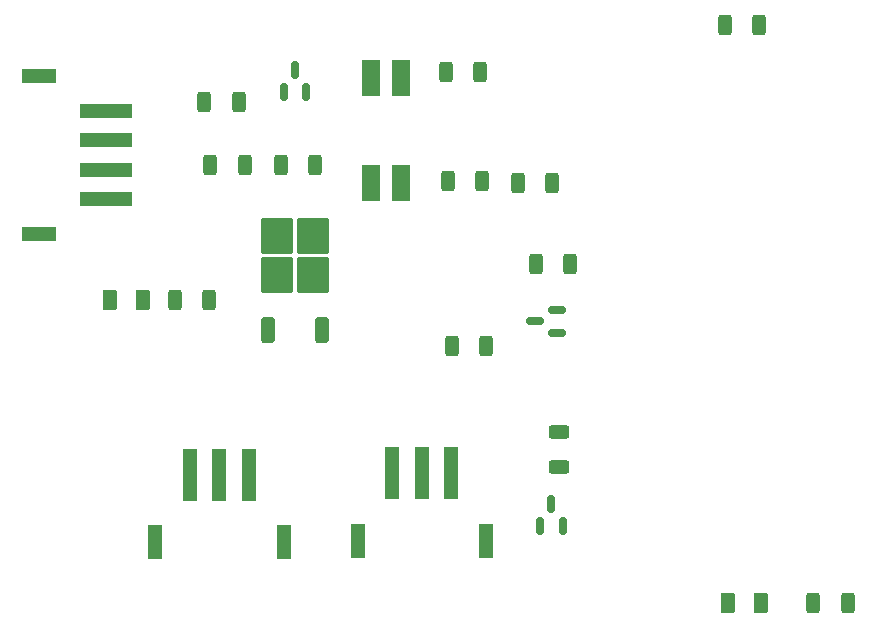
<source format=gbr>
%TF.GenerationSoftware,KiCad,Pcbnew,7.0.9*%
%TF.CreationDate,2024-07-03T00:21:51+10:00*%
%TF.ProjectId,bms test circuit,626d7320-7465-4737-9420-636972637569,rev?*%
%TF.SameCoordinates,Original*%
%TF.FileFunction,Paste,Top*%
%TF.FilePolarity,Positive*%
%FSLAX46Y46*%
G04 Gerber Fmt 4.6, Leading zero omitted, Abs format (unit mm)*
G04 Created by KiCad (PCBNEW 7.0.9) date 2024-07-03 00:21:51*
%MOMM*%
%LPD*%
G01*
G04 APERTURE LIST*
G04 Aperture macros list*
%AMRoundRect*
0 Rectangle with rounded corners*
0 $1 Rounding radius*
0 $2 $3 $4 $5 $6 $7 $8 $9 X,Y pos of 4 corners*
0 Add a 4 corners polygon primitive as box body*
4,1,4,$2,$3,$4,$5,$6,$7,$8,$9,$2,$3,0*
0 Add four circle primitives for the rounded corners*
1,1,$1+$1,$2,$3*
1,1,$1+$1,$4,$5*
1,1,$1+$1,$6,$7*
1,1,$1+$1,$8,$9*
0 Add four rect primitives between the rounded corners*
20,1,$1+$1,$2,$3,$4,$5,0*
20,1,$1+$1,$4,$5,$6,$7,0*
20,1,$1+$1,$6,$7,$8,$9,0*
20,1,$1+$1,$8,$9,$2,$3,0*%
G04 Aperture macros list end*
%ADD10RoundRect,0.250000X0.312500X0.625000X-0.312500X0.625000X-0.312500X-0.625000X0.312500X-0.625000X0*%
%ADD11RoundRect,0.250000X-0.375000X-0.625000X0.375000X-0.625000X0.375000X0.625000X-0.375000X0.625000X0*%
%ADD12RoundRect,0.250000X0.350000X-0.850000X0.350000X0.850000X-0.350000X0.850000X-0.350000X-0.850000X0*%
%ADD13RoundRect,0.250000X1.125000X-1.275000X1.125000X1.275000X-1.125000X1.275000X-1.125000X-1.275000X0*%
%ADD14RoundRect,0.250000X-0.312500X-0.625000X0.312500X-0.625000X0.312500X0.625000X-0.312500X0.625000X0*%
%ADD15RoundRect,0.150000X0.150000X-0.587500X0.150000X0.587500X-0.150000X0.587500X-0.150000X-0.587500X0*%
%ADD16R,1.200000X4.500000*%
%ADD17R,1.200000X3.000000*%
%ADD18RoundRect,0.250000X0.625000X-0.312500X0.625000X0.312500X-0.625000X0.312500X-0.625000X-0.312500X0*%
%ADD19RoundRect,0.150000X0.587500X0.150000X-0.587500X0.150000X-0.587500X-0.150000X0.587500X-0.150000X0*%
%ADD20R,1.600000X3.100000*%
%ADD21R,4.500000X1.200000*%
%ADD22R,3.000000X1.200000*%
G04 APERTURE END LIST*
D10*
%TO.C,R13*%
X220472000Y-59563000D03*
X217547000Y-59563000D03*
%TD*%
%TO.C,R14*%
X220283500Y-50292000D03*
X217358500Y-50292000D03*
%TD*%
%TO.C,R8*%
X200344500Y-58166000D03*
X197419500Y-58166000D03*
%TD*%
D11*
%TO.C,D3*%
X241297000Y-95250000D03*
X244097000Y-95250000D03*
%TD*%
%TO.C,D1*%
X188973000Y-69596000D03*
X191773000Y-69596000D03*
%TD*%
D12*
%TO.C,U3*%
X202323000Y-72136000D03*
D13*
X203078000Y-67511000D03*
X206128000Y-67511000D03*
X203078000Y-64161000D03*
X206128000Y-64161000D03*
D12*
X206883000Y-72136000D03*
%TD*%
D14*
%TO.C,R10*%
X196911500Y-52832000D03*
X199836500Y-52832000D03*
%TD*%
D15*
%TO.C,Q1*%
X225364000Y-88743000D03*
X227264000Y-88743000D03*
X226314000Y-86868000D03*
%TD*%
D14*
%TO.C,R16*%
X248473500Y-95250000D03*
X251398500Y-95250000D03*
%TD*%
D10*
%TO.C,R5*%
X220791500Y-73533000D03*
X217866500Y-73533000D03*
%TD*%
D16*
%TO.C,J2*%
X212851000Y-84298000D03*
X215351000Y-84298000D03*
X217851000Y-84298000D03*
D17*
X209901000Y-89998000D03*
X220801000Y-89998000D03*
%TD*%
D10*
%TO.C,R6*%
X197340500Y-69595000D03*
X194415500Y-69595000D03*
%TD*%
D18*
%TO.C,R12*%
X226949000Y-83758500D03*
X226949000Y-80833500D03*
%TD*%
D16*
%TO.C,J4*%
X195706000Y-84425000D03*
X198206000Y-84425000D03*
X200706000Y-84425000D03*
D17*
X192756000Y-90125000D03*
X203656000Y-90125000D03*
%TD*%
D10*
%TO.C,R1*%
X243905500Y-46355000D03*
X240980500Y-46355000D03*
%TD*%
D19*
%TO.C,Q2*%
X226822000Y-72390000D03*
X226822000Y-70490000D03*
X224947000Y-71440000D03*
%TD*%
D14*
%TO.C,R4*%
X224978500Y-66548000D03*
X227903500Y-66548000D03*
%TD*%
D15*
%TO.C,Q3*%
X203647000Y-52040000D03*
X205547000Y-52040000D03*
X204597000Y-50165000D03*
%TD*%
D10*
%TO.C,R15*%
X226379500Y-59690000D03*
X223454500Y-59690000D03*
%TD*%
%TO.C,R11*%
X206313500Y-58166000D03*
X203388500Y-58166000D03*
%TD*%
D20*
%TO.C,U5*%
X213614000Y-50800000D03*
X211074000Y-50800000D03*
X211074000Y-59690000D03*
X213614000Y-59690000D03*
%TD*%
D21*
%TO.C,J3*%
X188595000Y-53587000D03*
X188595000Y-56087000D03*
X188595000Y-58587000D03*
X188595000Y-61087000D03*
D22*
X182895000Y-50637000D03*
X182895000Y-64037000D03*
%TD*%
M02*

</source>
